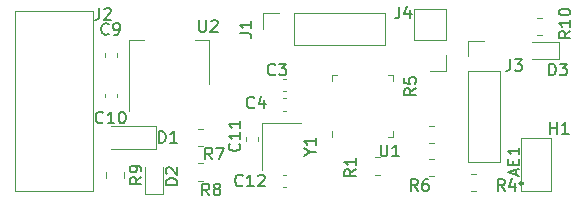
<source format=gbr>
G04 #@! TF.GenerationSoftware,KiCad,Pcbnew,6.0.4+dfsg-1*
G04 #@! TF.CreationDate,2022-04-07T16:59:09-04:00*
G04 #@! TF.ProjectId,PortaNet,506f7274-614e-4657-942e-6b696361645f,rev?*
G04 #@! TF.SameCoordinates,Original*
G04 #@! TF.FileFunction,Legend,Top*
G04 #@! TF.FilePolarity,Positive*
%FSLAX46Y46*%
G04 Gerber Fmt 4.6, Leading zero omitted, Abs format (unit mm)*
G04 Created by KiCad (PCBNEW 6.0.4+dfsg-1) date 2022-04-07 16:59:09*
%MOMM*%
%LPD*%
G01*
G04 APERTURE LIST*
%ADD10C,0.150000*%
%ADD11C,0.120000*%
%ADD12C,0.260000*%
G04 APERTURE END LIST*
D10*
X167155904Y-68905380D02*
X167155904Y-67905380D01*
X167394000Y-67905380D01*
X167536857Y-67953000D01*
X167632095Y-68048238D01*
X167679714Y-68143476D01*
X167727333Y-68333952D01*
X167727333Y-68476809D01*
X167679714Y-68667285D01*
X167632095Y-68762523D01*
X167536857Y-68857761D01*
X167394000Y-68905380D01*
X167155904Y-68905380D01*
X168060666Y-67905380D02*
X168679714Y-67905380D01*
X168346380Y-68286333D01*
X168489238Y-68286333D01*
X168584476Y-68333952D01*
X168632095Y-68381571D01*
X168679714Y-68476809D01*
X168679714Y-68714904D01*
X168632095Y-68810142D01*
X168584476Y-68857761D01*
X168489238Y-68905380D01*
X168203523Y-68905380D01*
X168108285Y-68857761D01*
X168060666Y-68810142D01*
X164377666Y-77366666D02*
X164377666Y-76890476D01*
X164663380Y-77461904D02*
X163663380Y-77128571D01*
X164663380Y-76795238D01*
X164139571Y-76461904D02*
X164139571Y-76128571D01*
X164663380Y-75985714D02*
X164663380Y-76461904D01*
X163663380Y-76461904D01*
X163663380Y-75985714D01*
X164663380Y-75033333D02*
X164663380Y-75604761D01*
X164663380Y-75319047D02*
X163663380Y-75319047D01*
X163806238Y-75414285D01*
X163901476Y-75509523D01*
X163949095Y-75604761D01*
X167259095Y-73858380D02*
X167259095Y-72858380D01*
X167259095Y-73334571D02*
X167830523Y-73334571D01*
X167830523Y-73858380D02*
X167830523Y-72858380D01*
X168830523Y-73858380D02*
X168259095Y-73858380D01*
X168544809Y-73858380D02*
X168544809Y-72858380D01*
X168449571Y-73001238D01*
X168354333Y-73096476D01*
X168259095Y-73144095D01*
X138644333Y-76017380D02*
X138311000Y-75541190D01*
X138072904Y-76017380D02*
X138072904Y-75017380D01*
X138453857Y-75017380D01*
X138549095Y-75065000D01*
X138596714Y-75112619D01*
X138644333Y-75207857D01*
X138644333Y-75350714D01*
X138596714Y-75445952D01*
X138549095Y-75493571D01*
X138453857Y-75541190D01*
X138072904Y-75541190D01*
X138977666Y-75017380D02*
X139644333Y-75017380D01*
X139215761Y-76017380D01*
X142200333Y-71604142D02*
X142152714Y-71651761D01*
X142009857Y-71699380D01*
X141914619Y-71699380D01*
X141771761Y-71651761D01*
X141676523Y-71556523D01*
X141628904Y-71461285D01*
X141581285Y-71270809D01*
X141581285Y-71127952D01*
X141628904Y-70937476D01*
X141676523Y-70842238D01*
X141771761Y-70747000D01*
X141914619Y-70699380D01*
X142009857Y-70699380D01*
X142152714Y-70747000D01*
X142200333Y-70794619D01*
X143057476Y-71032714D02*
X143057476Y-71699380D01*
X142819380Y-70651761D02*
X142581285Y-71366047D01*
X143200333Y-71366047D01*
X129079666Y-63206380D02*
X129079666Y-63920666D01*
X129032047Y-64063523D01*
X128936809Y-64158761D01*
X128793952Y-64206380D01*
X128698714Y-64206380D01*
X129508238Y-63301619D02*
X129555857Y-63254000D01*
X129651095Y-63206380D01*
X129889190Y-63206380D01*
X129984428Y-63254000D01*
X130032047Y-63301619D01*
X130079666Y-63396857D01*
X130079666Y-63492095D01*
X130032047Y-63634952D01*
X129460619Y-64206380D01*
X130079666Y-64206380D01*
X138390333Y-79065380D02*
X138057000Y-78589190D01*
X137818904Y-79065380D02*
X137818904Y-78065380D01*
X138199857Y-78065380D01*
X138295095Y-78113000D01*
X138342714Y-78160619D01*
X138390333Y-78255857D01*
X138390333Y-78398714D01*
X138342714Y-78493952D01*
X138295095Y-78541571D01*
X138199857Y-78589190D01*
X137818904Y-78589190D01*
X138961761Y-78493952D02*
X138866523Y-78446333D01*
X138818904Y-78398714D01*
X138771285Y-78303476D01*
X138771285Y-78255857D01*
X138818904Y-78160619D01*
X138866523Y-78113000D01*
X138961761Y-78065380D01*
X139152238Y-78065380D01*
X139247476Y-78113000D01*
X139295095Y-78160619D01*
X139342714Y-78255857D01*
X139342714Y-78303476D01*
X139295095Y-78398714D01*
X139247476Y-78446333D01*
X139152238Y-78493952D01*
X138961761Y-78493952D01*
X138866523Y-78541571D01*
X138818904Y-78589190D01*
X138771285Y-78684428D01*
X138771285Y-78874904D01*
X138818904Y-78970142D01*
X138866523Y-79017761D01*
X138961761Y-79065380D01*
X139152238Y-79065380D01*
X139247476Y-79017761D01*
X139295095Y-78970142D01*
X139342714Y-78874904D01*
X139342714Y-78684428D01*
X139295095Y-78589190D01*
X139247476Y-78541571D01*
X139152238Y-78493952D01*
X143978333Y-68810142D02*
X143930714Y-68857761D01*
X143787857Y-68905380D01*
X143692619Y-68905380D01*
X143549761Y-68857761D01*
X143454523Y-68762523D01*
X143406904Y-68667285D01*
X143359285Y-68476809D01*
X143359285Y-68333952D01*
X143406904Y-68143476D01*
X143454523Y-68048238D01*
X143549761Y-67953000D01*
X143692619Y-67905380D01*
X143787857Y-67905380D01*
X143930714Y-67953000D01*
X143978333Y-68000619D01*
X144311666Y-67905380D02*
X144930714Y-67905380D01*
X144597380Y-68286333D01*
X144740238Y-68286333D01*
X144835476Y-68333952D01*
X144883095Y-68381571D01*
X144930714Y-68476809D01*
X144930714Y-68714904D01*
X144883095Y-68810142D01*
X144835476Y-68857761D01*
X144740238Y-68905380D01*
X144454523Y-68905380D01*
X144359285Y-68857761D01*
X144311666Y-68810142D01*
X168981380Y-65158857D02*
X168505190Y-65492190D01*
X168981380Y-65730285D02*
X167981380Y-65730285D01*
X167981380Y-65349333D01*
X168029000Y-65254095D01*
X168076619Y-65206476D01*
X168171857Y-65158857D01*
X168314714Y-65158857D01*
X168409952Y-65206476D01*
X168457571Y-65254095D01*
X168505190Y-65349333D01*
X168505190Y-65730285D01*
X168981380Y-64206476D02*
X168981380Y-64777904D01*
X168981380Y-64492190D02*
X167981380Y-64492190D01*
X168124238Y-64587428D01*
X168219476Y-64682666D01*
X168267095Y-64777904D01*
X167981380Y-63587428D02*
X167981380Y-63492190D01*
X168029000Y-63396952D01*
X168076619Y-63349333D01*
X168171857Y-63301714D01*
X168362333Y-63254095D01*
X168600428Y-63254095D01*
X168790904Y-63301714D01*
X168886142Y-63349333D01*
X168933761Y-63396952D01*
X168981380Y-63492190D01*
X168981380Y-63587428D01*
X168933761Y-63682666D01*
X168886142Y-63730285D01*
X168790904Y-63777904D01*
X168600428Y-63825523D01*
X168362333Y-63825523D01*
X168171857Y-63777904D01*
X168076619Y-63730285D01*
X168029000Y-63682666D01*
X167981380Y-63587428D01*
X163409333Y-78684380D02*
X163076000Y-78208190D01*
X162837904Y-78684380D02*
X162837904Y-77684380D01*
X163218857Y-77684380D01*
X163314095Y-77732000D01*
X163361714Y-77779619D01*
X163409333Y-77874857D01*
X163409333Y-78017714D01*
X163361714Y-78112952D01*
X163314095Y-78160571D01*
X163218857Y-78208190D01*
X162837904Y-78208190D01*
X164266476Y-78017714D02*
X164266476Y-78684380D01*
X164028380Y-77636761D02*
X163790285Y-78351047D01*
X164409333Y-78351047D01*
X152908095Y-74763380D02*
X152908095Y-75572904D01*
X152955714Y-75668142D01*
X153003333Y-75715761D01*
X153098571Y-75763380D01*
X153289047Y-75763380D01*
X153384285Y-75715761D01*
X153431904Y-75668142D01*
X153479523Y-75572904D01*
X153479523Y-74763380D01*
X154479523Y-75763380D02*
X153908095Y-75763380D01*
X154193809Y-75763380D02*
X154193809Y-74763380D01*
X154098571Y-74906238D01*
X154003333Y-75001476D01*
X153908095Y-75049095D01*
X129405142Y-72874142D02*
X129357523Y-72921761D01*
X129214666Y-72969380D01*
X129119428Y-72969380D01*
X128976571Y-72921761D01*
X128881333Y-72826523D01*
X128833714Y-72731285D01*
X128786095Y-72540809D01*
X128786095Y-72397952D01*
X128833714Y-72207476D01*
X128881333Y-72112238D01*
X128976571Y-72017000D01*
X129119428Y-71969380D01*
X129214666Y-71969380D01*
X129357523Y-72017000D01*
X129405142Y-72064619D01*
X130357523Y-72969380D02*
X129786095Y-72969380D01*
X130071809Y-72969380D02*
X130071809Y-71969380D01*
X129976571Y-72112238D01*
X129881333Y-72207476D01*
X129786095Y-72255095D01*
X130976571Y-71969380D02*
X131071809Y-71969380D01*
X131167047Y-72017000D01*
X131214666Y-72064619D01*
X131262285Y-72159857D01*
X131309904Y-72350333D01*
X131309904Y-72588428D01*
X131262285Y-72778904D01*
X131214666Y-72874142D01*
X131167047Y-72921761D01*
X131071809Y-72969380D01*
X130976571Y-72969380D01*
X130881333Y-72921761D01*
X130833714Y-72874142D01*
X130786095Y-72778904D01*
X130738476Y-72588428D01*
X130738476Y-72350333D01*
X130786095Y-72159857D01*
X130833714Y-72064619D01*
X130881333Y-72017000D01*
X130976571Y-71969380D01*
X155900380Y-70016666D02*
X155424190Y-70350000D01*
X155900380Y-70588095D02*
X154900380Y-70588095D01*
X154900380Y-70207142D01*
X154948000Y-70111904D01*
X154995619Y-70064285D01*
X155090857Y-70016666D01*
X155233714Y-70016666D01*
X155328952Y-70064285D01*
X155376571Y-70111904D01*
X155424190Y-70207142D01*
X155424190Y-70588095D01*
X154900380Y-69111904D02*
X154900380Y-69588095D01*
X155376571Y-69635714D01*
X155328952Y-69588095D01*
X155281333Y-69492857D01*
X155281333Y-69254761D01*
X155328952Y-69159523D01*
X155376571Y-69111904D01*
X155471809Y-69064285D01*
X155709904Y-69064285D01*
X155805142Y-69111904D01*
X155852761Y-69159523D01*
X155900380Y-69254761D01*
X155900380Y-69492857D01*
X155852761Y-69588095D01*
X155805142Y-69635714D01*
X135707380Y-78208095D02*
X134707380Y-78208095D01*
X134707380Y-77970000D01*
X134755000Y-77827142D01*
X134850238Y-77731904D01*
X134945476Y-77684285D01*
X135135952Y-77636666D01*
X135278809Y-77636666D01*
X135469285Y-77684285D01*
X135564523Y-77731904D01*
X135659761Y-77827142D01*
X135707380Y-77970000D01*
X135707380Y-78208095D01*
X134802619Y-77255714D02*
X134755000Y-77208095D01*
X134707380Y-77112857D01*
X134707380Y-76874761D01*
X134755000Y-76779523D01*
X134802619Y-76731904D01*
X134897857Y-76684285D01*
X134993095Y-76684285D01*
X135135952Y-76731904D01*
X135707380Y-77303333D01*
X135707380Y-76684285D01*
X140969380Y-65332333D02*
X141683666Y-65332333D01*
X141826523Y-65379952D01*
X141921761Y-65475190D01*
X141969380Y-65618047D01*
X141969380Y-65713285D01*
X141969380Y-64332333D02*
X141969380Y-64903761D01*
X141969380Y-64618047D02*
X140969380Y-64618047D01*
X141112238Y-64713285D01*
X141207476Y-64808523D01*
X141255095Y-64903761D01*
X137541095Y-64222380D02*
X137541095Y-65031904D01*
X137588714Y-65127142D01*
X137636333Y-65174761D01*
X137731571Y-65222380D01*
X137922047Y-65222380D01*
X138017285Y-65174761D01*
X138064904Y-65127142D01*
X138112523Y-65031904D01*
X138112523Y-64222380D01*
X138541095Y-64317619D02*
X138588714Y-64270000D01*
X138683952Y-64222380D01*
X138922047Y-64222380D01*
X139017285Y-64270000D01*
X139064904Y-64317619D01*
X139112523Y-64412857D01*
X139112523Y-64508095D01*
X139064904Y-64650952D01*
X138493476Y-65222380D01*
X139112523Y-65222380D01*
X156043333Y-78684380D02*
X155710000Y-78208190D01*
X155471904Y-78684380D02*
X155471904Y-77684380D01*
X155852857Y-77684380D01*
X155948095Y-77732000D01*
X155995714Y-77779619D01*
X156043333Y-77874857D01*
X156043333Y-78017714D01*
X155995714Y-78112952D01*
X155948095Y-78160571D01*
X155852857Y-78208190D01*
X155471904Y-78208190D01*
X156900476Y-77684380D02*
X156710000Y-77684380D01*
X156614761Y-77732000D01*
X156567142Y-77779619D01*
X156471904Y-77922476D01*
X156424285Y-78112952D01*
X156424285Y-78493904D01*
X156471904Y-78589142D01*
X156519523Y-78636761D01*
X156614761Y-78684380D01*
X156805238Y-78684380D01*
X156900476Y-78636761D01*
X156948095Y-78589142D01*
X156995714Y-78493904D01*
X156995714Y-78255809D01*
X156948095Y-78160571D01*
X156900476Y-78112952D01*
X156805238Y-78065333D01*
X156614761Y-78065333D01*
X156519523Y-78112952D01*
X156471904Y-78160571D01*
X156424285Y-78255809D01*
X154479666Y-63079380D02*
X154479666Y-63793666D01*
X154432047Y-63936523D01*
X154336809Y-64031761D01*
X154193952Y-64079380D01*
X154098714Y-64079380D01*
X155384428Y-63412714D02*
X155384428Y-64079380D01*
X155146333Y-63031761D02*
X154908238Y-63746047D01*
X155527285Y-63746047D01*
X146952190Y-75406190D02*
X147428380Y-75406190D01*
X146428380Y-75739523D02*
X146952190Y-75406190D01*
X146428380Y-75072857D01*
X147428380Y-74215714D02*
X147428380Y-74787142D01*
X147428380Y-74501428D02*
X146428380Y-74501428D01*
X146571238Y-74596666D01*
X146666476Y-74691904D01*
X146714095Y-74787142D01*
X141216142Y-78208142D02*
X141168523Y-78255761D01*
X141025666Y-78303380D01*
X140930428Y-78303380D01*
X140787571Y-78255761D01*
X140692333Y-78160523D01*
X140644714Y-78065285D01*
X140597095Y-77874809D01*
X140597095Y-77731952D01*
X140644714Y-77541476D01*
X140692333Y-77446238D01*
X140787571Y-77351000D01*
X140930428Y-77303380D01*
X141025666Y-77303380D01*
X141168523Y-77351000D01*
X141216142Y-77398619D01*
X142168523Y-78303380D02*
X141597095Y-78303380D01*
X141882809Y-78303380D02*
X141882809Y-77303380D01*
X141787571Y-77446238D01*
X141692333Y-77541476D01*
X141597095Y-77589095D01*
X142549476Y-77398619D02*
X142597095Y-77351000D01*
X142692333Y-77303380D01*
X142930428Y-77303380D01*
X143025666Y-77351000D01*
X143073285Y-77398619D01*
X143120904Y-77493857D01*
X143120904Y-77589095D01*
X143073285Y-77731952D01*
X142501857Y-78303380D01*
X143120904Y-78303380D01*
X163877666Y-67524380D02*
X163877666Y-68238666D01*
X163830047Y-68381523D01*
X163734809Y-68476761D01*
X163591952Y-68524380D01*
X163496714Y-68524380D01*
X164258619Y-67524380D02*
X164877666Y-67524380D01*
X164544333Y-67905333D01*
X164687190Y-67905333D01*
X164782428Y-67952952D01*
X164830047Y-68000571D01*
X164877666Y-68095809D01*
X164877666Y-68333904D01*
X164830047Y-68429142D01*
X164782428Y-68476761D01*
X164687190Y-68524380D01*
X164401476Y-68524380D01*
X164306238Y-68476761D01*
X164258619Y-68429142D01*
X132659380Y-77509666D02*
X132183190Y-77843000D01*
X132659380Y-78081095D02*
X131659380Y-78081095D01*
X131659380Y-77700142D01*
X131707000Y-77604904D01*
X131754619Y-77557285D01*
X131849857Y-77509666D01*
X131992714Y-77509666D01*
X132087952Y-77557285D01*
X132135571Y-77604904D01*
X132183190Y-77700142D01*
X132183190Y-78081095D01*
X132659380Y-77033476D02*
X132659380Y-76843000D01*
X132611761Y-76747761D01*
X132564142Y-76700142D01*
X132421285Y-76604904D01*
X132230809Y-76557285D01*
X131849857Y-76557285D01*
X131754619Y-76604904D01*
X131707000Y-76652523D01*
X131659380Y-76747761D01*
X131659380Y-76938238D01*
X131707000Y-77033476D01*
X131754619Y-77081095D01*
X131849857Y-77128714D01*
X132087952Y-77128714D01*
X132183190Y-77081095D01*
X132230809Y-77033476D01*
X132278428Y-76938238D01*
X132278428Y-76747761D01*
X132230809Y-76652523D01*
X132183190Y-76604904D01*
X132087952Y-76557285D01*
X140946142Y-74683857D02*
X140993761Y-74731476D01*
X141041380Y-74874333D01*
X141041380Y-74969571D01*
X140993761Y-75112428D01*
X140898523Y-75207666D01*
X140803285Y-75255285D01*
X140612809Y-75302904D01*
X140469952Y-75302904D01*
X140279476Y-75255285D01*
X140184238Y-75207666D01*
X140089000Y-75112428D01*
X140041380Y-74969571D01*
X140041380Y-74874333D01*
X140089000Y-74731476D01*
X140136619Y-74683857D01*
X141041380Y-73731476D02*
X141041380Y-74302904D01*
X141041380Y-74017190D02*
X140041380Y-74017190D01*
X140184238Y-74112428D01*
X140279476Y-74207666D01*
X140327095Y-74302904D01*
X141041380Y-72779095D02*
X141041380Y-73350523D01*
X141041380Y-73064809D02*
X140041380Y-73064809D01*
X140184238Y-73160047D01*
X140279476Y-73255285D01*
X140327095Y-73350523D01*
X129881333Y-65381142D02*
X129833714Y-65428761D01*
X129690857Y-65476380D01*
X129595619Y-65476380D01*
X129452761Y-65428761D01*
X129357523Y-65333523D01*
X129309904Y-65238285D01*
X129262285Y-65047809D01*
X129262285Y-64904952D01*
X129309904Y-64714476D01*
X129357523Y-64619238D01*
X129452761Y-64524000D01*
X129595619Y-64476380D01*
X129690857Y-64476380D01*
X129833714Y-64524000D01*
X129881333Y-64571619D01*
X130357523Y-65476380D02*
X130548000Y-65476380D01*
X130643238Y-65428761D01*
X130690857Y-65381142D01*
X130786095Y-65238285D01*
X130833714Y-65047809D01*
X130833714Y-64666857D01*
X130786095Y-64571619D01*
X130738476Y-64524000D01*
X130643238Y-64476380D01*
X130452761Y-64476380D01*
X130357523Y-64524000D01*
X130309904Y-64571619D01*
X130262285Y-64666857D01*
X130262285Y-64904952D01*
X130309904Y-65000190D01*
X130357523Y-65047809D01*
X130452761Y-65095428D01*
X130643238Y-65095428D01*
X130738476Y-65047809D01*
X130786095Y-65000190D01*
X130833714Y-64904952D01*
X134135904Y-74620380D02*
X134135904Y-73620380D01*
X134374000Y-73620380D01*
X134516857Y-73668000D01*
X134612095Y-73763238D01*
X134659714Y-73858476D01*
X134707333Y-74048952D01*
X134707333Y-74191809D01*
X134659714Y-74382285D01*
X134612095Y-74477523D01*
X134516857Y-74572761D01*
X134374000Y-74620380D01*
X134135904Y-74620380D01*
X135659714Y-74620380D02*
X135088285Y-74620380D01*
X135374000Y-74620380D02*
X135374000Y-73620380D01*
X135278761Y-73763238D01*
X135183523Y-73858476D01*
X135088285Y-73906095D01*
X150820380Y-76874666D02*
X150344190Y-77208000D01*
X150820380Y-77446095D02*
X149820380Y-77446095D01*
X149820380Y-77065142D01*
X149868000Y-76969904D01*
X149915619Y-76922285D01*
X150010857Y-76874666D01*
X150153714Y-76874666D01*
X150248952Y-76922285D01*
X150296571Y-76969904D01*
X150344190Y-77065142D01*
X150344190Y-77446095D01*
X150820380Y-75922285D02*
X150820380Y-76493714D01*
X150820380Y-76208000D02*
X149820380Y-76208000D01*
X149963238Y-76303238D01*
X150058476Y-76398476D01*
X150106095Y-76493714D01*
D11*
X165697000Y-67537000D02*
X167982000Y-67537000D01*
X167982000Y-66067000D02*
X165697000Y-66067000D01*
X167982000Y-67537000D02*
X167982000Y-66067000D01*
X164819000Y-78676500D02*
X167359000Y-78676500D01*
X167359000Y-78676500D02*
X167359000Y-74231500D01*
X167359000Y-74231500D02*
X164819000Y-74231500D01*
X164819000Y-74231500D02*
X164819000Y-78676500D01*
D12*
X164949000Y-78041500D02*
G75*
G03*
X164949000Y-78041500I-130000J0D01*
G01*
D11*
X137440936Y-73433000D02*
X137895064Y-73433000D01*
X137440936Y-74903000D02*
X137895064Y-74903000D01*
X144920580Y-70864000D02*
X144639420Y-70864000D01*
X144920580Y-71884000D02*
X144639420Y-71884000D01*
X128540000Y-63500000D02*
X121920000Y-63500000D01*
X128540000Y-78740000D02*
X128540000Y-63500000D01*
X121920000Y-78740000D02*
X128540000Y-78740000D01*
X121920000Y-63500000D02*
X121920000Y-78740000D01*
X137440936Y-77824000D02*
X137895064Y-77824000D01*
X137440936Y-76354000D02*
X137895064Y-76354000D01*
X144920580Y-70233000D02*
X144639420Y-70233000D01*
X144920580Y-69213000D02*
X144639420Y-69213000D01*
X166597064Y-65505000D02*
X166142936Y-65505000D01*
X166597064Y-64035000D02*
X166142936Y-64035000D01*
X161009064Y-78713000D02*
X160554936Y-78713000D01*
X161009064Y-77243000D02*
X160554936Y-77243000D01*
X148774000Y-68891000D02*
X149249000Y-68891000D01*
X148774000Y-73636000D02*
X148774000Y-74111000D01*
X153994000Y-69366000D02*
X153994000Y-68891000D01*
X153994000Y-68891000D02*
X153519000Y-68891000D01*
X153994000Y-73636000D02*
X153994000Y-74111000D01*
X153994000Y-74111000D02*
X153519000Y-74111000D01*
X148774000Y-69366000D02*
X148774000Y-68891000D01*
X130558000Y-70471420D02*
X130558000Y-70752580D01*
X129538000Y-70471420D02*
X129538000Y-70752580D01*
X156998936Y-74649000D02*
X157453064Y-74649000D01*
X156998936Y-73179000D02*
X157453064Y-73179000D01*
X132996000Y-76670000D02*
X132996000Y-78955000D01*
X134466000Y-78955000D02*
X134466000Y-76670000D01*
X132996000Y-78955000D02*
X134466000Y-78955000D01*
X145557000Y-66329000D02*
X145557000Y-63669000D01*
X145557000Y-63669000D02*
X153237000Y-63669000D01*
X142957000Y-64999000D02*
X142957000Y-63669000D01*
X142957000Y-63669000D02*
X144287000Y-63669000D01*
X145557000Y-66329000D02*
X153237000Y-66329000D01*
X153237000Y-66329000D02*
X153237000Y-63669000D01*
X138411000Y-69668000D02*
X138411000Y-65908000D01*
X131591000Y-65908000D02*
X132851000Y-65908000D01*
X138411000Y-65908000D02*
X137151000Y-65908000D01*
X131591000Y-71918000D02*
X131591000Y-65908000D01*
X157453064Y-77443000D02*
X156998936Y-77443000D01*
X157453064Y-75973000D02*
X156998936Y-75973000D01*
X155769000Y-65918000D02*
X155769000Y-63318000D01*
X158429000Y-65918000D02*
X158429000Y-63318000D01*
X158429000Y-67188000D02*
X158429000Y-68518000D01*
X158429000Y-65918000D02*
X155769000Y-65918000D01*
X158429000Y-68518000D02*
X157099000Y-68518000D01*
X158429000Y-63318000D02*
X155769000Y-63318000D01*
X146176000Y-72930000D02*
X142876000Y-72930000D01*
X142876000Y-72930000D02*
X142876000Y-76930000D01*
X144920580Y-78361000D02*
X144639420Y-78361000D01*
X144920580Y-77341000D02*
X144639420Y-77341000D01*
X160341000Y-76260000D02*
X163001000Y-76260000D01*
X160341000Y-68580000D02*
X160341000Y-76260000D01*
X163001000Y-68580000D02*
X163001000Y-76260000D01*
X160341000Y-68580000D02*
X163001000Y-68580000D01*
X160341000Y-67310000D02*
X160341000Y-65980000D01*
X160341000Y-65980000D02*
X161671000Y-65980000D01*
X131164000Y-77570064D02*
X131164000Y-77115936D01*
X129694000Y-77570064D02*
X129694000Y-77115936D01*
X141476000Y-74154420D02*
X141476000Y-74435580D01*
X142496000Y-74154420D02*
X142496000Y-74435580D01*
X129538000Y-67323580D02*
X129538000Y-67042420D01*
X130558000Y-67323580D02*
X130558000Y-67042420D01*
X133899000Y-73168000D02*
X130049000Y-73168000D01*
X133899000Y-75168000D02*
X133899000Y-73168000D01*
X133899000Y-75168000D02*
X130049000Y-75168000D01*
X152881064Y-77316000D02*
X152426936Y-77316000D01*
X152881064Y-75846000D02*
X152426936Y-75846000D01*
M02*

</source>
